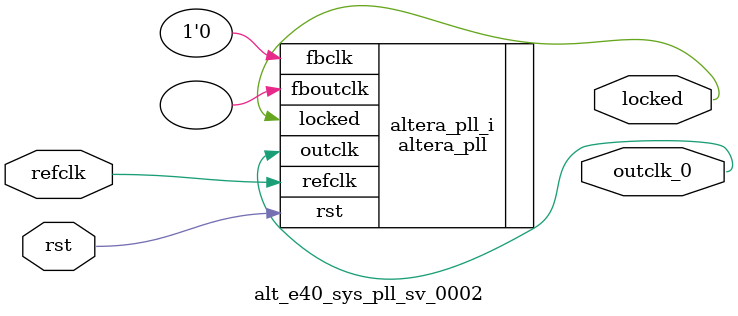
<source format=v>
`timescale 1ns/10ps
module  alt_e40_sys_pll_sv_0002(

	// interface 'refclk'
	input wire refclk,

	// interface 'reset'
	input wire rst,

	// interface 'outclk0'
	output wire outclk_0,

	// interface 'locked'
	output wire locked
);

	altera_pll #(
		.fractional_vco_multiplier("false"),
		.reference_clock_frequency("100.0 MHz"),
		.operation_mode("normal"),
		.number_of_clocks(1),
		.output_clock_frequency0("315.0 MHz"),
		.phase_shift0("0 ps"),
		.duty_cycle0(50),
		.output_clock_frequency1("0 MHz"),
		.phase_shift1("0 ps"),
		.duty_cycle1(50),
		.output_clock_frequency2("0 MHz"),
		.phase_shift2("0 ps"),
		.duty_cycle2(50),
		.output_clock_frequency3("0 MHz"),
		.phase_shift3("0 ps"),
		.duty_cycle3(50),
		.output_clock_frequency4("0 MHz"),
		.phase_shift4("0 ps"),
		.duty_cycle4(50),
		.output_clock_frequency5("0 MHz"),
		.phase_shift5("0 ps"),
		.duty_cycle5(50),
		.output_clock_frequency6("0 MHz"),
		.phase_shift6("0 ps"),
		.duty_cycle6(50),
		.output_clock_frequency7("0 MHz"),
		.phase_shift7("0 ps"),
		.duty_cycle7(50),
		.output_clock_frequency8("0 MHz"),
		.phase_shift8("0 ps"),
		.duty_cycle8(50),
		.output_clock_frequency9("0 MHz"),
		.phase_shift9("0 ps"),
		.duty_cycle9(50),
		.output_clock_frequency10("0 MHz"),
		.phase_shift10("0 ps"),
		.duty_cycle10(50),
		.output_clock_frequency11("0 MHz"),
		.phase_shift11("0 ps"),
		.duty_cycle11(50),
		.output_clock_frequency12("0 MHz"),
		.phase_shift12("0 ps"),
		.duty_cycle12(50),
		.output_clock_frequency13("0 MHz"),
		.phase_shift13("0 ps"),
		.duty_cycle13(50),
		.output_clock_frequency14("0 MHz"),
		.phase_shift14("0 ps"),
		.duty_cycle14(50),
		.output_clock_frequency15("0 MHz"),
		.phase_shift15("0 ps"),
		.duty_cycle15(50),
		.output_clock_frequency16("0 MHz"),
		.phase_shift16("0 ps"),
		.duty_cycle16(50),
		.output_clock_frequency17("0 MHz"),
		.phase_shift17("0 ps"),
		.duty_cycle17(50),
		.pll_type("General"),
		.pll_subtype("General")
	) altera_pll_i (
		.outclk	({outclk_0}),
		.locked	(locked),
		.fboutclk	( ),
		.fbclk	(1'b0),
		.rst	(rst),
		.refclk	(refclk)
	);
endmodule


</source>
